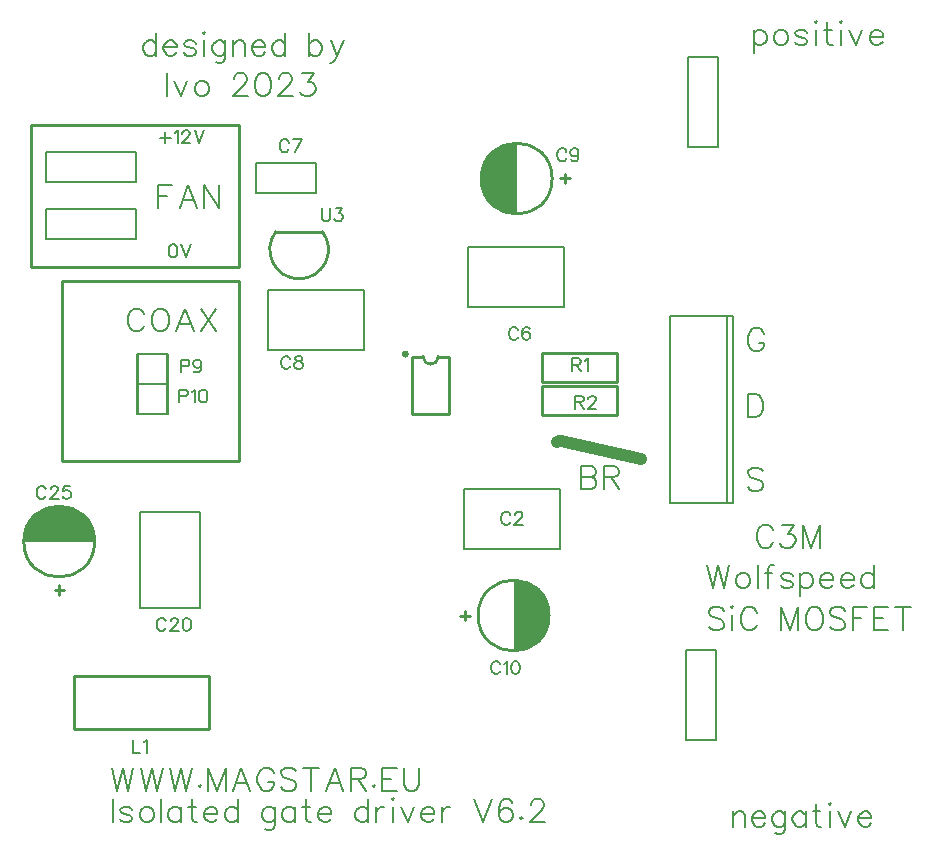
<source format=gto>
G04 Layer: TopSilkscreenLayer*
G04 EasyEDA v6.5.34, 2023-10-25 23:35:01*
G04 b0c90d07580345d6a9a575a3640b0f1e,d8e1fe4a71354f51b54a745932dbb16f,10*
G04 Gerber Generator version 0.2*
G04 Scale: 100 percent, Rotated: No, Reflected: No *
G04 Dimensions in millimeters *
G04 leading zeros omitted , absolute positions ,4 integer and 5 decimal *
%FSLAX45Y45*%
%MOMM*%

%ADD10C,0.2032*%
%ADD11C,0.1524*%
%ADD12C,1.0000*%
%ADD13C,0.2540*%
%ADD14C,0.2030*%
%ADD15C,0.1999*%
%ADD16C,0.2007*%
%ADD17C,0.1778*%
%ADD18C,0.0181*%

%LPD*%
D10*
X6463029Y2737053D02*
G01*
X6453886Y2755341D01*
X6435343Y2773883D01*
X6417056Y2783027D01*
X6379972Y2783027D01*
X6361429Y2773883D01*
X6343141Y2755341D01*
X6333743Y2737053D01*
X6324600Y2709367D01*
X6324600Y2663139D01*
X6333743Y2635453D01*
X6343141Y2616911D01*
X6361429Y2598369D01*
X6379972Y2589225D01*
X6417056Y2589225D01*
X6435343Y2598369D01*
X6453886Y2616911D01*
X6463029Y2635453D01*
X6542531Y2783027D02*
G01*
X6644131Y2783027D01*
X6588759Y2709367D01*
X6616445Y2709367D01*
X6634988Y2699969D01*
X6644131Y2690825D01*
X6653529Y2663139D01*
X6653529Y2644597D01*
X6644131Y2616911D01*
X6625590Y2598369D01*
X6597904Y2589225D01*
X6570218Y2589225D01*
X6542531Y2598369D01*
X6533388Y2607767D01*
X6523990Y2626055D01*
X6714490Y2783027D02*
G01*
X6714490Y2589225D01*
X6714490Y2783027D02*
G01*
X6788150Y2589225D01*
X6862063Y2783027D02*
G01*
X6788150Y2589225D01*
X6862063Y2783027D02*
G01*
X6862063Y2589225D01*
X1139819Y4568652D02*
G01*
X1130675Y4587194D01*
X1112133Y4605736D01*
X1093845Y4614880D01*
X1056761Y4614880D01*
X1038219Y4605736D01*
X1019931Y4587194D01*
X1010533Y4568652D01*
X1001389Y4540966D01*
X1001389Y4494992D01*
X1010533Y4467052D01*
X1019931Y4448764D01*
X1038219Y4430222D01*
X1056761Y4421078D01*
X1093845Y4421078D01*
X1112133Y4430222D01*
X1130675Y4448764D01*
X1139819Y4467052D01*
X1256405Y4614880D02*
G01*
X1237863Y4605736D01*
X1219321Y4587194D01*
X1210177Y4568652D01*
X1200779Y4540966D01*
X1200779Y4494992D01*
X1210177Y4467052D01*
X1219321Y4448764D01*
X1237863Y4430222D01*
X1256405Y4421078D01*
X1293235Y4421078D01*
X1311777Y4430222D01*
X1330319Y4448764D01*
X1339463Y4467052D01*
X1348607Y4494992D01*
X1348607Y4540966D01*
X1339463Y4568652D01*
X1330319Y4587194D01*
X1311777Y4605736D01*
X1293235Y4614880D01*
X1256405Y4614880D01*
X1483481Y4614880D02*
G01*
X1409567Y4421078D01*
X1483481Y4614880D02*
G01*
X1557395Y4421078D01*
X1437253Y4485594D02*
G01*
X1529709Y4485594D01*
X1618355Y4614880D02*
G01*
X1747641Y4421078D01*
X1747641Y4614880D02*
G01*
X1618355Y4421078D01*
X4838700Y3278355D02*
G01*
X4838700Y3084553D01*
X4838700Y3278355D02*
G01*
X4921758Y3278355D01*
X4949443Y3269211D01*
X4958841Y3260067D01*
X4967986Y3241525D01*
X4967986Y3222983D01*
X4958841Y3204441D01*
X4949443Y3195297D01*
X4921758Y3186153D01*
X4838700Y3186153D02*
G01*
X4921758Y3186153D01*
X4949443Y3176755D01*
X4958841Y3167611D01*
X4967986Y3149069D01*
X4967986Y3121383D01*
X4958841Y3102841D01*
X4949443Y3093697D01*
X4921758Y3084553D01*
X4838700Y3084553D01*
X5028945Y3278355D02*
G01*
X5028945Y3084553D01*
X5028945Y3278355D02*
G01*
X5112004Y3278355D01*
X5139690Y3269211D01*
X5149088Y3260067D01*
X5158231Y3241525D01*
X5158231Y3222983D01*
X5149088Y3204441D01*
X5139690Y3195297D01*
X5112004Y3186153D01*
X5028945Y3186153D01*
X5093715Y3186153D02*
G01*
X5158231Y3084553D01*
X1256690Y5662119D02*
G01*
X1256690Y5468317D01*
X1256690Y5662119D02*
G01*
X1376832Y5662119D01*
X1256690Y5569917D02*
G01*
X1330604Y5569917D01*
X1511706Y5662119D02*
G01*
X1437792Y5468317D01*
X1511706Y5662119D02*
G01*
X1585620Y5468317D01*
X1465478Y5532833D02*
G01*
X1557680Y5532833D01*
X1646580Y5662119D02*
G01*
X1646580Y5468317D01*
X1646580Y5662119D02*
G01*
X1775866Y5468317D01*
X1775866Y5662119D02*
G01*
X1775866Y5468317D01*
X6386832Y4400778D02*
G01*
X6377688Y4419066D01*
X6359146Y4437608D01*
X6340858Y4446752D01*
X6303774Y4446752D01*
X6285232Y4437608D01*
X6266944Y4419066D01*
X6257546Y4400778D01*
X6248402Y4372838D01*
X6248402Y4326864D01*
X6257546Y4299178D01*
X6266944Y4280636D01*
X6285232Y4262094D01*
X6303774Y4252950D01*
X6340858Y4252950D01*
X6359146Y4262094D01*
X6377688Y4280636D01*
X6386832Y4299178D01*
X6386832Y4326864D01*
X6340858Y4326864D02*
G01*
X6386832Y4326864D01*
X6248402Y3887952D02*
G01*
X6248402Y3694150D01*
X6248402Y3887952D02*
G01*
X6313172Y3887952D01*
X6340858Y3878808D01*
X6359146Y3860266D01*
X6368544Y3841978D01*
X6377688Y3814038D01*
X6377688Y3768064D01*
X6368544Y3740378D01*
X6359146Y3721836D01*
X6340858Y3703294D01*
X6313172Y3694150D01*
X6248402Y3694150D01*
X6377688Y3237966D02*
G01*
X6359146Y3256508D01*
X6331460Y3265652D01*
X6294630Y3265652D01*
X6266944Y3256508D01*
X6248402Y3237966D01*
X6248402Y3219678D01*
X6257546Y3201136D01*
X6266944Y3191738D01*
X6285232Y3182594D01*
X6340858Y3164052D01*
X6359146Y3154908D01*
X6368544Y3145764D01*
X6377688Y3127222D01*
X6377688Y3099536D01*
X6359146Y3080994D01*
X6331460Y3071850D01*
X6294630Y3071850D01*
X6266944Y3080994D01*
X6248402Y3099536D01*
X6121389Y356313D02*
G01*
X6121389Y227027D01*
X6121389Y319229D02*
G01*
X6149075Y347169D01*
X6167617Y356313D01*
X6195303Y356313D01*
X6213845Y347169D01*
X6222989Y319229D01*
X6222989Y227027D01*
X6283949Y300941D02*
G01*
X6394693Y300941D01*
X6394693Y319229D01*
X6385549Y337771D01*
X6376405Y347169D01*
X6357863Y356313D01*
X6330177Y356313D01*
X6311635Y347169D01*
X6293093Y328627D01*
X6283949Y300941D01*
X6283949Y282399D01*
X6293093Y254713D01*
X6311635Y236171D01*
X6330177Y227027D01*
X6357863Y227027D01*
X6376405Y236171D01*
X6394693Y254713D01*
X6566651Y356313D02*
G01*
X6566651Y208485D01*
X6557253Y180799D01*
X6548109Y171655D01*
X6529567Y162257D01*
X6501881Y162257D01*
X6483339Y171655D01*
X6566651Y328627D02*
G01*
X6548109Y347169D01*
X6529567Y356313D01*
X6501881Y356313D01*
X6483339Y347169D01*
X6465051Y328627D01*
X6455653Y300941D01*
X6455653Y282399D01*
X6465051Y254713D01*
X6483339Y236171D01*
X6501881Y227027D01*
X6529567Y227027D01*
X6548109Y236171D01*
X6566651Y254713D01*
X6738355Y356313D02*
G01*
X6738355Y227027D01*
X6738355Y328627D02*
G01*
X6719813Y347169D01*
X6701525Y356313D01*
X6673839Y356313D01*
X6655297Y347169D01*
X6636755Y328627D01*
X6627611Y300941D01*
X6627611Y282399D01*
X6636755Y254713D01*
X6655297Y236171D01*
X6673839Y227027D01*
X6701525Y227027D01*
X6719813Y236171D01*
X6738355Y254713D01*
X6827001Y420829D02*
G01*
X6827001Y263857D01*
X6836399Y236171D01*
X6854687Y227027D01*
X6873229Y227027D01*
X6799315Y356313D02*
G01*
X6864085Y356313D01*
X6934189Y420829D02*
G01*
X6943333Y411685D01*
X6952731Y420829D01*
X6943333Y430227D01*
X6934189Y420829D01*
X6943333Y356313D02*
G01*
X6943333Y227027D01*
X7013691Y356313D02*
G01*
X7069063Y227027D01*
X7124435Y356313D02*
G01*
X7069063Y227027D01*
X7185395Y300941D02*
G01*
X7296139Y300941D01*
X7296139Y319229D01*
X7286995Y337771D01*
X7277851Y347169D01*
X7259309Y356313D01*
X7231623Y356313D01*
X7213081Y347169D01*
X7194539Y328627D01*
X7185395Y300941D01*
X7185395Y282399D01*
X7194539Y254713D01*
X7213081Y236171D01*
X7231623Y227027D01*
X7259309Y227027D01*
X7277851Y236171D01*
X7296139Y254713D01*
X863600Y725627D02*
G01*
X909828Y531825D01*
X956055Y725627D02*
G01*
X909828Y531825D01*
X956055Y725627D02*
G01*
X1002029Y531825D01*
X1048257Y725627D02*
G01*
X1002029Y531825D01*
X1109218Y725627D02*
G01*
X1155445Y531825D01*
X1201673Y725627D02*
G01*
X1155445Y531825D01*
X1201673Y725627D02*
G01*
X1247902Y531825D01*
X1294129Y725627D02*
G01*
X1247902Y531825D01*
X1355089Y725627D02*
G01*
X1401063Y531825D01*
X1447292Y725627D02*
G01*
X1401063Y531825D01*
X1447292Y725627D02*
G01*
X1493520Y531825D01*
X1539747Y725627D02*
G01*
X1493520Y531825D01*
X1609852Y578053D02*
G01*
X1600707Y568655D01*
X1609852Y559511D01*
X1619250Y568655D01*
X1609852Y578053D01*
X1680210Y725627D02*
G01*
X1680210Y531825D01*
X1680210Y725627D02*
G01*
X1753870Y531825D01*
X1827784Y725627D02*
G01*
X1753870Y531825D01*
X1827784Y725627D02*
G01*
X1827784Y531825D01*
X1962658Y725627D02*
G01*
X1888743Y531825D01*
X1962658Y725627D02*
G01*
X2036572Y531825D01*
X1916429Y596341D02*
G01*
X2008886Y596341D01*
X2236215Y679653D02*
G01*
X2226818Y697941D01*
X2208529Y716483D01*
X2189988Y725627D01*
X2152904Y725627D01*
X2134615Y716483D01*
X2116074Y697941D01*
X2106929Y679653D01*
X2097531Y651967D01*
X2097531Y605739D01*
X2106929Y578053D01*
X2116074Y559511D01*
X2134615Y540969D01*
X2152904Y531825D01*
X2189988Y531825D01*
X2208529Y540969D01*
X2226818Y559511D01*
X2236215Y578053D01*
X2236215Y605739D01*
X2189988Y605739D02*
G01*
X2236215Y605739D01*
X2426461Y697941D02*
G01*
X2407920Y716483D01*
X2380234Y725627D01*
X2343150Y725627D01*
X2315463Y716483D01*
X2297175Y697941D01*
X2297175Y679653D01*
X2306320Y661111D01*
X2315463Y651967D01*
X2334006Y642569D01*
X2389377Y624027D01*
X2407920Y614883D01*
X2417063Y605739D01*
X2426461Y587197D01*
X2426461Y559511D01*
X2407920Y540969D01*
X2380234Y531825D01*
X2343150Y531825D01*
X2315463Y540969D01*
X2297175Y559511D01*
X2551938Y725627D02*
G01*
X2551938Y531825D01*
X2487422Y725627D02*
G01*
X2616708Y725627D01*
X2751581Y725627D02*
G01*
X2677668Y531825D01*
X2751581Y725627D02*
G01*
X2825495Y531825D01*
X2705354Y596341D02*
G01*
X2797809Y596341D01*
X2886456Y725627D02*
G01*
X2886456Y531825D01*
X2886456Y725627D02*
G01*
X2969513Y725627D01*
X2997200Y716483D01*
X3006343Y707339D01*
X3015741Y688797D01*
X3015741Y670255D01*
X3006343Y651967D01*
X2997200Y642569D01*
X2969513Y633425D01*
X2886456Y633425D01*
X2950972Y633425D02*
G01*
X3015741Y531825D01*
X3085845Y578053D02*
G01*
X3076702Y568655D01*
X3085845Y559511D01*
X3094990Y568655D01*
X3085845Y578053D01*
X3155950Y725627D02*
G01*
X3155950Y531825D01*
X3155950Y725627D02*
G01*
X3276091Y725627D01*
X3155950Y633425D02*
G01*
X3229863Y633425D01*
X3155950Y531825D02*
G01*
X3276091Y531825D01*
X3337052Y725627D02*
G01*
X3337052Y587197D01*
X3346450Y559511D01*
X3364738Y540969D01*
X3392424Y531825D01*
X3410965Y531825D01*
X3438652Y540969D01*
X3457193Y559511D01*
X3466338Y587197D01*
X3466338Y725627D01*
X876300Y458927D02*
G01*
X876300Y265125D01*
X1038860Y366725D02*
G01*
X1029715Y385267D01*
X1002029Y394411D01*
X974089Y394411D01*
X946404Y385267D01*
X937260Y366725D01*
X946404Y348183D01*
X964945Y339039D01*
X1011173Y329641D01*
X1029715Y320497D01*
X1038860Y301955D01*
X1038860Y292811D01*
X1029715Y274269D01*
X1002029Y265125D01*
X974089Y265125D01*
X946404Y274269D01*
X937260Y292811D01*
X1146047Y394411D02*
G01*
X1127505Y385267D01*
X1108963Y366725D01*
X1099820Y339039D01*
X1099820Y320497D01*
X1108963Y292811D01*
X1127505Y274269D01*
X1146047Y265125D01*
X1173734Y265125D01*
X1192276Y274269D01*
X1210563Y292811D01*
X1219962Y320497D01*
X1219962Y339039D01*
X1210563Y366725D01*
X1192276Y385267D01*
X1173734Y394411D01*
X1146047Y394411D01*
X1280921Y458927D02*
G01*
X1280921Y265125D01*
X1452626Y394411D02*
G01*
X1452626Y265125D01*
X1452626Y366725D02*
G01*
X1434084Y385267D01*
X1415795Y394411D01*
X1388110Y394411D01*
X1369568Y385267D01*
X1351026Y366725D01*
X1341881Y339039D01*
X1341881Y320497D01*
X1351026Y292811D01*
X1369568Y274269D01*
X1388110Y265125D01*
X1415795Y265125D01*
X1434084Y274269D01*
X1452626Y292811D01*
X1541271Y458927D02*
G01*
X1541271Y301955D01*
X1550670Y274269D01*
X1568957Y265125D01*
X1587500Y265125D01*
X1513586Y394411D02*
G01*
X1578355Y394411D01*
X1648460Y339039D02*
G01*
X1759204Y339039D01*
X1759204Y357327D01*
X1750060Y375869D01*
X1740915Y385267D01*
X1722373Y394411D01*
X1694687Y394411D01*
X1676145Y385267D01*
X1657604Y366725D01*
X1648460Y339039D01*
X1648460Y320497D01*
X1657604Y292811D01*
X1676145Y274269D01*
X1694687Y265125D01*
X1722373Y265125D01*
X1740915Y274269D01*
X1759204Y292811D01*
X1931161Y458927D02*
G01*
X1931161Y265125D01*
X1931161Y366725D02*
G01*
X1912620Y385267D01*
X1894077Y394411D01*
X1866391Y394411D01*
X1847850Y385267D01*
X1829561Y366725D01*
X1820163Y339039D01*
X1820163Y320497D01*
X1829561Y292811D01*
X1847850Y274269D01*
X1866391Y265125D01*
X1894077Y265125D01*
X1912620Y274269D01*
X1931161Y292811D01*
X2245106Y394411D02*
G01*
X2245106Y246583D01*
X2235961Y218897D01*
X2226563Y209753D01*
X2208275Y200355D01*
X2180590Y200355D01*
X2162047Y209753D01*
X2245106Y366725D02*
G01*
X2226563Y385267D01*
X2208275Y394411D01*
X2180590Y394411D01*
X2162047Y385267D01*
X2143506Y366725D01*
X2134361Y339039D01*
X2134361Y320497D01*
X2143506Y292811D01*
X2162047Y274269D01*
X2180590Y265125D01*
X2208275Y265125D01*
X2226563Y274269D01*
X2245106Y292811D01*
X2416809Y394411D02*
G01*
X2416809Y265125D01*
X2416809Y366725D02*
G01*
X2398522Y385267D01*
X2379979Y394411D01*
X2352293Y394411D01*
X2333752Y385267D01*
X2315209Y366725D01*
X2306065Y339039D01*
X2306065Y320497D01*
X2315209Y292811D01*
X2333752Y274269D01*
X2352293Y265125D01*
X2379979Y265125D01*
X2398522Y274269D01*
X2416809Y292811D01*
X2505709Y458927D02*
G01*
X2505709Y301955D01*
X2514854Y274269D01*
X2533395Y265125D01*
X2551684Y265125D01*
X2477770Y394411D02*
G01*
X2542540Y394411D01*
X2612643Y339039D02*
G01*
X2723641Y339039D01*
X2723641Y357327D01*
X2714243Y375869D01*
X2705100Y385267D01*
X2686558Y394411D01*
X2658872Y394411D01*
X2640329Y385267D01*
X2622041Y366725D01*
X2612643Y339039D01*
X2612643Y320497D01*
X2622041Y292811D01*
X2640329Y274269D01*
X2658872Y265125D01*
X2686558Y265125D01*
X2705100Y274269D01*
X2723641Y292811D01*
X3037586Y458927D02*
G01*
X3037586Y265125D01*
X3037586Y366725D02*
G01*
X3019043Y385267D01*
X3000756Y394411D01*
X2973070Y394411D01*
X2954527Y385267D01*
X2935986Y366725D01*
X2926841Y339039D01*
X2926841Y320497D01*
X2935986Y292811D01*
X2954527Y274269D01*
X2973070Y265125D01*
X3000756Y265125D01*
X3019043Y274269D01*
X3037586Y292811D01*
X3098545Y394411D02*
G01*
X3098545Y265125D01*
X3098545Y339039D02*
G01*
X3107690Y366725D01*
X3126231Y385267D01*
X3144774Y394411D01*
X3172459Y394411D01*
X3233420Y458927D02*
G01*
X3242563Y449783D01*
X3251961Y458927D01*
X3242563Y468325D01*
X3233420Y458927D01*
X3242563Y394411D02*
G01*
X3242563Y265125D01*
X3312922Y394411D02*
G01*
X3368293Y265125D01*
X3423665Y394411D02*
G01*
X3368293Y265125D01*
X3484625Y339039D02*
G01*
X3595370Y339039D01*
X3595370Y357327D01*
X3586225Y375869D01*
X3577081Y385267D01*
X3558540Y394411D01*
X3530854Y394411D01*
X3512311Y385267D01*
X3493770Y366725D01*
X3484625Y339039D01*
X3484625Y320497D01*
X3493770Y292811D01*
X3512311Y274269D01*
X3530854Y265125D01*
X3558540Y265125D01*
X3577081Y274269D01*
X3595370Y292811D01*
X3656329Y394411D02*
G01*
X3656329Y265125D01*
X3656329Y339039D02*
G01*
X3665727Y366725D01*
X3684270Y385267D01*
X3702558Y394411D01*
X3730243Y394411D01*
X3933443Y458927D02*
G01*
X4007358Y265125D01*
X4081272Y458927D02*
G01*
X4007358Y265125D01*
X4253229Y431241D02*
G01*
X4243831Y449783D01*
X4216145Y458927D01*
X4197604Y458927D01*
X4169918Y449783D01*
X4151629Y422097D01*
X4142231Y375869D01*
X4142231Y329641D01*
X4151629Y292811D01*
X4169918Y274269D01*
X4197604Y265125D01*
X4207002Y265125D01*
X4234688Y274269D01*
X4253229Y292811D01*
X4262374Y320497D01*
X4262374Y329641D01*
X4253229Y357327D01*
X4234688Y375869D01*
X4207002Y385267D01*
X4197604Y385267D01*
X4169918Y375869D01*
X4151629Y357327D01*
X4142231Y329641D01*
X4332477Y311353D02*
G01*
X4323334Y301955D01*
X4332477Y292811D01*
X4341875Y301955D01*
X4332477Y311353D01*
X4411979Y412953D02*
G01*
X4411979Y422097D01*
X4421124Y440639D01*
X4430522Y449783D01*
X4448809Y458927D01*
X4485893Y458927D01*
X4504436Y449783D01*
X4513579Y440639D01*
X4522724Y422097D01*
X4522724Y403555D01*
X4513579Y385267D01*
X4495038Y357327D01*
X4402836Y265125D01*
X4532122Y265125D01*
X5905500Y2440127D02*
G01*
X5951727Y2246325D01*
X5997956Y2440127D02*
G01*
X5951727Y2246325D01*
X5997956Y2440127D02*
G01*
X6043929Y2246325D01*
X6090158Y2440127D02*
G01*
X6043929Y2246325D01*
X6197345Y2375611D02*
G01*
X6178804Y2366467D01*
X6160515Y2347925D01*
X6151118Y2320239D01*
X6151118Y2301697D01*
X6160515Y2274011D01*
X6178804Y2255469D01*
X6197345Y2246325D01*
X6225031Y2246325D01*
X6243574Y2255469D01*
X6262115Y2274011D01*
X6271259Y2301697D01*
X6271259Y2320239D01*
X6262115Y2347925D01*
X6243574Y2366467D01*
X6225031Y2375611D01*
X6197345Y2375611D01*
X6332220Y2440127D02*
G01*
X6332220Y2246325D01*
X6467093Y2440127D02*
G01*
X6448552Y2440127D01*
X6430009Y2430983D01*
X6420865Y2403297D01*
X6420865Y2246325D01*
X6393179Y2375611D02*
G01*
X6457950Y2375611D01*
X6629654Y2347925D02*
G01*
X6620509Y2366467D01*
X6592570Y2375611D01*
X6564884Y2375611D01*
X6537197Y2366467D01*
X6528054Y2347925D01*
X6537197Y2329383D01*
X6555740Y2320239D01*
X6601968Y2310841D01*
X6620509Y2301697D01*
X6629654Y2283155D01*
X6629654Y2274011D01*
X6620509Y2255469D01*
X6592570Y2246325D01*
X6564884Y2246325D01*
X6537197Y2255469D01*
X6528054Y2274011D01*
X6690613Y2375611D02*
G01*
X6690613Y2181555D01*
X6690613Y2347925D02*
G01*
X6709156Y2366467D01*
X6727443Y2375611D01*
X6755129Y2375611D01*
X6773672Y2366467D01*
X6792213Y2347925D01*
X6801358Y2320239D01*
X6801358Y2301697D01*
X6792213Y2274011D01*
X6773672Y2255469D01*
X6755129Y2246325D01*
X6727443Y2246325D01*
X6709156Y2255469D01*
X6690613Y2274011D01*
X6862318Y2320239D02*
G01*
X6973315Y2320239D01*
X6973315Y2338527D01*
X6963918Y2357069D01*
X6954774Y2366467D01*
X6936231Y2375611D01*
X6908545Y2375611D01*
X6890004Y2366467D01*
X6871715Y2347925D01*
X6862318Y2320239D01*
X6862318Y2301697D01*
X6871715Y2274011D01*
X6890004Y2255469D01*
X6908545Y2246325D01*
X6936231Y2246325D01*
X6954774Y2255469D01*
X6973315Y2274011D01*
X7034275Y2320239D02*
G01*
X7145020Y2320239D01*
X7145020Y2338527D01*
X7135875Y2357069D01*
X7126477Y2366467D01*
X7108190Y2375611D01*
X7080250Y2375611D01*
X7061961Y2366467D01*
X7043420Y2347925D01*
X7034275Y2320239D01*
X7034275Y2301697D01*
X7043420Y2274011D01*
X7061961Y2255469D01*
X7080250Y2246325D01*
X7108190Y2246325D01*
X7126477Y2255469D01*
X7145020Y2274011D01*
X7316724Y2440127D02*
G01*
X7316724Y2246325D01*
X7316724Y2347925D02*
G01*
X7298436Y2366467D01*
X7279893Y2375611D01*
X7252208Y2375611D01*
X7233665Y2366467D01*
X7215124Y2347925D01*
X7205979Y2320239D01*
X7205979Y2301697D01*
X7215124Y2274011D01*
X7233665Y2255469D01*
X7252208Y2246325D01*
X7279893Y2246325D01*
X7298436Y2255469D01*
X7316724Y2274011D01*
X6047486Y2056841D02*
G01*
X6028943Y2075383D01*
X6001258Y2084527D01*
X5964427Y2084527D01*
X5936741Y2075383D01*
X5918200Y2056841D01*
X5918200Y2038553D01*
X5927343Y2020011D01*
X5936741Y2010867D01*
X5955029Y2001469D01*
X6010656Y1982927D01*
X6028943Y1973783D01*
X6038341Y1964639D01*
X6047486Y1946097D01*
X6047486Y1918411D01*
X6028943Y1899869D01*
X6001258Y1890725D01*
X5964427Y1890725D01*
X5936741Y1899869D01*
X5918200Y1918411D01*
X6108445Y2084527D02*
G01*
X6117590Y2075383D01*
X6126988Y2084527D01*
X6117590Y2093925D01*
X6108445Y2084527D01*
X6117590Y2020011D02*
G01*
X6117590Y1890725D01*
X6326377Y2038553D02*
G01*
X6317234Y2056841D01*
X6298691Y2075383D01*
X6280150Y2084527D01*
X6243320Y2084527D01*
X6224777Y2075383D01*
X6206490Y2056841D01*
X6197091Y2038553D01*
X6187947Y2010867D01*
X6187947Y1964639D01*
X6197091Y1936953D01*
X6206490Y1918411D01*
X6224777Y1899869D01*
X6243320Y1890725D01*
X6280150Y1890725D01*
X6298691Y1899869D01*
X6317234Y1918411D01*
X6326377Y1936953D01*
X6529577Y2084527D02*
G01*
X6529577Y1890725D01*
X6529577Y2084527D02*
G01*
X6603491Y1890725D01*
X6677406Y2084527D02*
G01*
X6603491Y1890725D01*
X6677406Y2084527D02*
G01*
X6677406Y1890725D01*
X6793738Y2084527D02*
G01*
X6775450Y2075383D01*
X6756908Y2056841D01*
X6747509Y2038553D01*
X6738365Y2010867D01*
X6738365Y1964639D01*
X6747509Y1936953D01*
X6756908Y1918411D01*
X6775450Y1899869D01*
X6793738Y1890725D01*
X6830822Y1890725D01*
X6849109Y1899869D01*
X6867652Y1918411D01*
X6877050Y1936953D01*
X6886193Y1964639D01*
X6886193Y2010867D01*
X6877050Y2038553D01*
X6867652Y2056841D01*
X6849109Y2075383D01*
X6830822Y2084527D01*
X6793738Y2084527D01*
X7076440Y2056841D02*
G01*
X7057897Y2075383D01*
X7030211Y2084527D01*
X6993381Y2084527D01*
X6965695Y2075383D01*
X6947154Y2056841D01*
X6947154Y2038553D01*
X6956297Y2020011D01*
X6965695Y2010867D01*
X6983984Y2001469D01*
X7039609Y1982927D01*
X7057897Y1973783D01*
X7067295Y1964639D01*
X7076440Y1946097D01*
X7076440Y1918411D01*
X7057897Y1899869D01*
X7030211Y1890725D01*
X6993381Y1890725D01*
X6965695Y1899869D01*
X6947154Y1918411D01*
X7137400Y2084527D02*
G01*
X7137400Y1890725D01*
X7137400Y2084527D02*
G01*
X7257541Y2084527D01*
X7137400Y1992325D02*
G01*
X7211313Y1992325D01*
X7318502Y2084527D02*
G01*
X7318502Y1890725D01*
X7318502Y2084527D02*
G01*
X7438390Y2084527D01*
X7318502Y1992325D02*
G01*
X7392415Y1992325D01*
X7318502Y1890725D02*
G01*
X7438390Y1890725D01*
X7564120Y2084527D02*
G01*
X7564120Y1890725D01*
X7499350Y2084527D02*
G01*
X7628890Y2084527D01*
X6299200Y6973011D02*
G01*
X6299200Y6778955D01*
X6299200Y6945325D02*
G01*
X6317741Y6963867D01*
X6336029Y6973011D01*
X6363970Y6973011D01*
X6382258Y6963867D01*
X6400800Y6945325D01*
X6409943Y6917639D01*
X6409943Y6899097D01*
X6400800Y6871411D01*
X6382258Y6852869D01*
X6363970Y6843725D01*
X6336029Y6843725D01*
X6317741Y6852869D01*
X6299200Y6871411D01*
X6517131Y6973011D02*
G01*
X6498590Y6963867D01*
X6480302Y6945325D01*
X6470904Y6917639D01*
X6470904Y6899097D01*
X6480302Y6871411D01*
X6498590Y6852869D01*
X6517131Y6843725D01*
X6544818Y6843725D01*
X6563359Y6852869D01*
X6581902Y6871411D01*
X6591045Y6899097D01*
X6591045Y6917639D01*
X6581902Y6945325D01*
X6563359Y6963867D01*
X6544818Y6973011D01*
X6517131Y6973011D01*
X6753606Y6945325D02*
G01*
X6744461Y6963867D01*
X6716775Y6973011D01*
X6689090Y6973011D01*
X6661150Y6963867D01*
X6652006Y6945325D01*
X6661150Y6926783D01*
X6679691Y6917639D01*
X6725920Y6908241D01*
X6744461Y6899097D01*
X6753606Y6880555D01*
X6753606Y6871411D01*
X6744461Y6852869D01*
X6716775Y6843725D01*
X6689090Y6843725D01*
X6661150Y6852869D01*
X6652006Y6871411D01*
X6814565Y7037527D02*
G01*
X6823709Y7028383D01*
X6833108Y7037527D01*
X6823709Y7046925D01*
X6814565Y7037527D01*
X6823709Y6973011D02*
G01*
X6823709Y6843725D01*
X6921754Y7037527D02*
G01*
X6921754Y6880555D01*
X6930897Y6852869D01*
X6949440Y6843725D01*
X6967981Y6843725D01*
X6894068Y6973011D02*
G01*
X6958584Y6973011D01*
X7028941Y7037527D02*
G01*
X7038086Y7028383D01*
X7047229Y7037527D01*
X7038086Y7046925D01*
X7028941Y7037527D01*
X7038086Y6973011D02*
G01*
X7038086Y6843725D01*
X7108190Y6973011D02*
G01*
X7163815Y6843725D01*
X7219188Y6973011D02*
G01*
X7163815Y6843725D01*
X7280147Y6917639D02*
G01*
X7390891Y6917639D01*
X7390891Y6935927D01*
X7381747Y6954469D01*
X7372350Y6963867D01*
X7354061Y6973011D01*
X7326375Y6973011D01*
X7307834Y6963867D01*
X7289291Y6945325D01*
X7280147Y6917639D01*
X7280147Y6899097D01*
X7289291Y6871411D01*
X7307834Y6852869D01*
X7326375Y6843725D01*
X7354061Y6843725D01*
X7372350Y6852869D01*
X7390891Y6871411D01*
X1333500Y6605727D02*
G01*
X1333500Y6411925D01*
X1394460Y6541211D02*
G01*
X1449831Y6411925D01*
X1505204Y6541211D02*
G01*
X1449831Y6411925D01*
X1612392Y6541211D02*
G01*
X1593850Y6532067D01*
X1575562Y6513525D01*
X1566163Y6485839D01*
X1566163Y6467297D01*
X1575562Y6439611D01*
X1593850Y6421069D01*
X1612392Y6411925D01*
X1640078Y6411925D01*
X1658620Y6421069D01*
X1677162Y6439611D01*
X1686305Y6467297D01*
X1686305Y6485839D01*
X1677162Y6513525D01*
X1658620Y6532067D01*
X1640078Y6541211D01*
X1612392Y6541211D01*
X1898650Y6559753D02*
G01*
X1898650Y6568897D01*
X1908047Y6587439D01*
X1917191Y6596583D01*
X1935734Y6605727D01*
X1972563Y6605727D01*
X1991106Y6596583D01*
X2000250Y6587439D01*
X2009647Y6568897D01*
X2009647Y6550355D01*
X2000250Y6532067D01*
X1981961Y6504127D01*
X1889506Y6411925D01*
X2018791Y6411925D01*
X2135124Y6605727D02*
G01*
X2107438Y6596583D01*
X2089150Y6568897D01*
X2079752Y6522669D01*
X2079752Y6494983D01*
X2089150Y6448755D01*
X2107438Y6421069D01*
X2135124Y6411925D01*
X2153665Y6411925D01*
X2181352Y6421069D01*
X2199893Y6448755D01*
X2209038Y6494983D01*
X2209038Y6522669D01*
X2199893Y6568897D01*
X2181352Y6596583D01*
X2153665Y6605727D01*
X2135124Y6605727D01*
X2279395Y6559753D02*
G01*
X2279395Y6568897D01*
X2288540Y6587439D01*
X2297684Y6596583D01*
X2316225Y6605727D01*
X2353309Y6605727D01*
X2371597Y6596583D01*
X2380995Y6587439D01*
X2390140Y6568897D01*
X2390140Y6550355D01*
X2380995Y6532067D01*
X2362454Y6504127D01*
X2269997Y6411925D01*
X2399284Y6411925D01*
X2478786Y6605727D02*
G01*
X2580386Y6605727D01*
X2525013Y6532067D01*
X2552700Y6532067D01*
X2571241Y6522669D01*
X2580386Y6513525D01*
X2589529Y6485839D01*
X2589529Y6467297D01*
X2580386Y6439611D01*
X2561843Y6421069D01*
X2534158Y6411925D01*
X2506472Y6411925D01*
X2478786Y6421069D01*
X2469641Y6430467D01*
X2460243Y6448755D01*
X1241044Y6948627D02*
G01*
X1241044Y6754825D01*
X1241044Y6856425D02*
G01*
X1222755Y6874967D01*
X1204213Y6884111D01*
X1176528Y6884111D01*
X1157986Y6874967D01*
X1139444Y6856425D01*
X1130300Y6828739D01*
X1130300Y6810197D01*
X1139444Y6782511D01*
X1157986Y6763969D01*
X1176528Y6754825D01*
X1204213Y6754825D01*
X1222755Y6763969D01*
X1241044Y6782511D01*
X1302004Y6828739D02*
G01*
X1413002Y6828739D01*
X1413002Y6847027D01*
X1403604Y6865569D01*
X1394460Y6874967D01*
X1375918Y6884111D01*
X1348231Y6884111D01*
X1329689Y6874967D01*
X1311402Y6856425D01*
X1302004Y6828739D01*
X1302004Y6810197D01*
X1311402Y6782511D01*
X1329689Y6763969D01*
X1348231Y6754825D01*
X1375918Y6754825D01*
X1394460Y6763969D01*
X1413002Y6782511D01*
X1575562Y6856425D02*
G01*
X1566163Y6874967D01*
X1538478Y6884111D01*
X1510792Y6884111D01*
X1483105Y6874967D01*
X1473962Y6856425D01*
X1483105Y6837883D01*
X1501647Y6828739D01*
X1547876Y6819341D01*
X1566163Y6810197D01*
X1575562Y6791655D01*
X1575562Y6782511D01*
X1566163Y6763969D01*
X1538478Y6754825D01*
X1510792Y6754825D01*
X1483105Y6763969D01*
X1473962Y6782511D01*
X1636521Y6948627D02*
G01*
X1645665Y6939483D01*
X1654810Y6948627D01*
X1645665Y6958025D01*
X1636521Y6948627D01*
X1645665Y6884111D02*
G01*
X1645665Y6754825D01*
X1826768Y6884111D02*
G01*
X1826768Y6736283D01*
X1817370Y6708597D01*
X1808225Y6699453D01*
X1789684Y6690055D01*
X1761997Y6690055D01*
X1743710Y6699453D01*
X1826768Y6856425D02*
G01*
X1808225Y6874967D01*
X1789684Y6884111D01*
X1761997Y6884111D01*
X1743710Y6874967D01*
X1725168Y6856425D01*
X1715770Y6828739D01*
X1715770Y6810197D01*
X1725168Y6782511D01*
X1743710Y6763969D01*
X1761997Y6754825D01*
X1789684Y6754825D01*
X1808225Y6763969D01*
X1826768Y6782511D01*
X1887727Y6884111D02*
G01*
X1887727Y6754825D01*
X1887727Y6847027D02*
G01*
X1915413Y6874967D01*
X1933956Y6884111D01*
X1961641Y6884111D01*
X1979929Y6874967D01*
X1989327Y6847027D01*
X1989327Y6754825D01*
X2050288Y6828739D02*
G01*
X2161031Y6828739D01*
X2161031Y6847027D01*
X2151888Y6865569D01*
X2142490Y6874967D01*
X2124202Y6884111D01*
X2096515Y6884111D01*
X2077974Y6874967D01*
X2059431Y6856425D01*
X2050288Y6828739D01*
X2050288Y6810197D01*
X2059431Y6782511D01*
X2077974Y6763969D01*
X2096515Y6754825D01*
X2124202Y6754825D01*
X2142490Y6763969D01*
X2161031Y6782511D01*
X2332990Y6948627D02*
G01*
X2332990Y6754825D01*
X2332990Y6856425D02*
G01*
X2314447Y6874967D01*
X2295906Y6884111D01*
X2268220Y6884111D01*
X2249677Y6874967D01*
X2231390Y6856425D01*
X2221991Y6828739D01*
X2221991Y6810197D01*
X2231390Y6782511D01*
X2249677Y6763969D01*
X2268220Y6754825D01*
X2295906Y6754825D01*
X2314447Y6763969D01*
X2332990Y6782511D01*
X2536190Y6948627D02*
G01*
X2536190Y6754825D01*
X2536190Y6856425D02*
G01*
X2554477Y6874967D01*
X2573020Y6884111D01*
X2600706Y6884111D01*
X2619247Y6874967D01*
X2637790Y6856425D01*
X2646934Y6828739D01*
X2646934Y6810197D01*
X2637790Y6782511D01*
X2619247Y6763969D01*
X2600706Y6754825D01*
X2573020Y6754825D01*
X2554477Y6763969D01*
X2536190Y6782511D01*
X2717038Y6884111D02*
G01*
X2772409Y6754825D01*
X2828036Y6884111D02*
G01*
X2772409Y6754825D01*
X2754122Y6717741D01*
X2735579Y6699453D01*
X2717038Y6690055D01*
X2707893Y6690055D01*
D11*
X1040892Y964641D02*
G01*
X1040892Y855421D01*
X1040892Y855421D02*
G01*
X1103121Y855421D01*
X1137412Y943813D02*
G01*
X1147826Y948893D01*
X1163320Y964641D01*
X1163320Y855421D01*
X1316847Y6106797D02*
G01*
X1316847Y6013325D01*
X1270111Y6060061D02*
G01*
X1363583Y6060061D01*
X1397873Y6101717D02*
G01*
X1408287Y6106797D01*
X1423781Y6122545D01*
X1423781Y6013325D01*
X1463151Y6096383D02*
G01*
X1463151Y6101717D01*
X1468485Y6112131D01*
X1473565Y6117211D01*
X1483979Y6122545D01*
X1504807Y6122545D01*
X1515221Y6117211D01*
X1520301Y6112131D01*
X1525635Y6101717D01*
X1525635Y6091303D01*
X1520301Y6080889D01*
X1510141Y6065395D01*
X1458071Y6013325D01*
X1530715Y6013325D01*
X1565005Y6122545D02*
G01*
X1606661Y6013325D01*
X1648317Y6122545D02*
G01*
X1606661Y6013325D01*
X1377299Y5157345D02*
G01*
X1361805Y5152011D01*
X1351391Y5136517D01*
X1346311Y5110355D01*
X1346311Y5094861D01*
X1351391Y5068953D01*
X1361805Y5053205D01*
X1377299Y5048125D01*
X1387713Y5048125D01*
X1403461Y5053205D01*
X1413621Y5068953D01*
X1418955Y5094861D01*
X1418955Y5110355D01*
X1413621Y5136517D01*
X1403461Y5152011D01*
X1387713Y5157345D01*
X1377299Y5157345D01*
X1453245Y5157345D02*
G01*
X1494901Y5048125D01*
X1536303Y5157345D02*
G01*
X1494901Y5048125D01*
X1434480Y3928313D02*
G01*
X1434480Y3819347D01*
X1434480Y3928313D02*
G01*
X1481216Y3928313D01*
X1496710Y3923233D01*
X1502044Y3917899D01*
X1507124Y3907485D01*
X1507124Y3891991D01*
X1502044Y3881577D01*
X1496710Y3876497D01*
X1481216Y3871163D01*
X1434480Y3871163D01*
X1541414Y3907485D02*
G01*
X1551828Y3912819D01*
X1567576Y3928313D01*
X1567576Y3819347D01*
X1632854Y3928313D02*
G01*
X1617360Y3923233D01*
X1606946Y3907485D01*
X1601866Y3881577D01*
X1601866Y3866083D01*
X1606946Y3839921D01*
X1617360Y3824427D01*
X1632854Y3819347D01*
X1643268Y3819347D01*
X1659016Y3824427D01*
X1669430Y3839921D01*
X1674510Y3866083D01*
X1674510Y3881577D01*
X1669430Y3907485D01*
X1659016Y3923233D01*
X1643268Y3928313D01*
X1632854Y3928313D01*
X1447180Y4182313D02*
G01*
X1447180Y4073347D01*
X1447180Y4182313D02*
G01*
X1493916Y4182313D01*
X1509410Y4177233D01*
X1514744Y4171899D01*
X1519824Y4161485D01*
X1519824Y4145991D01*
X1514744Y4135577D01*
X1509410Y4130497D01*
X1493916Y4125163D01*
X1447180Y4125163D01*
X1621678Y4145991D02*
G01*
X1616598Y4130497D01*
X1606184Y4120083D01*
X1590690Y4114749D01*
X1585356Y4114749D01*
X1569862Y4120083D01*
X1559448Y4130497D01*
X1554114Y4145991D01*
X1554114Y4151071D01*
X1559448Y4166819D01*
X1569862Y4177233D01*
X1585356Y4182313D01*
X1590690Y4182313D01*
X1606184Y4177233D01*
X1616598Y4166819D01*
X1621678Y4145991D01*
X1621678Y4120083D01*
X1616598Y4093921D01*
X1606184Y4078427D01*
X1590690Y4073347D01*
X1580276Y4073347D01*
X1564528Y4078427D01*
X1559448Y4088841D01*
X2363977Y6020307D02*
G01*
X2358643Y6030721D01*
X2348229Y6041135D01*
X2338070Y6046215D01*
X2317241Y6046215D01*
X2306827Y6041135D01*
X2296413Y6030721D01*
X2291079Y6020307D01*
X2286000Y6004560D01*
X2286000Y5978652D01*
X2291079Y5963157D01*
X2296413Y5952744D01*
X2306827Y5942329D01*
X2317241Y5937250D01*
X2338070Y5937250D01*
X2348229Y5942329D01*
X2358643Y5952744D01*
X2363977Y5963157D01*
X2470911Y6046215D02*
G01*
X2419095Y5937250D01*
X2398268Y6046215D02*
G01*
X2470911Y6046215D01*
X4238927Y2868609D02*
G01*
X4233847Y2879023D01*
X4223433Y2889437D01*
X4213019Y2894517D01*
X4192191Y2894517D01*
X4181777Y2889437D01*
X4171617Y2879023D01*
X4166283Y2868609D01*
X4161203Y2852861D01*
X4161203Y2826953D01*
X4166283Y2811459D01*
X4171617Y2801045D01*
X4181777Y2790631D01*
X4192191Y2785551D01*
X4213019Y2785551D01*
X4223433Y2790631D01*
X4233847Y2801045D01*
X4238927Y2811459D01*
X4278551Y2868609D02*
G01*
X4278551Y2873689D01*
X4283631Y2884103D01*
X4288965Y2889437D01*
X4299379Y2894517D01*
X4320207Y2894517D01*
X4330367Y2889437D01*
X4335701Y2884103D01*
X4340781Y2873689D01*
X4340781Y2863275D01*
X4335701Y2852861D01*
X4325287Y2837367D01*
X4273217Y2785551D01*
X4346115Y2785551D01*
X1322578Y1969007D02*
G01*
X1317244Y1979421D01*
X1306829Y1989835D01*
X1296670Y1994915D01*
X1275842Y1994915D01*
X1265428Y1989835D01*
X1255013Y1979421D01*
X1249679Y1969007D01*
X1244600Y1953260D01*
X1244600Y1927352D01*
X1249679Y1911857D01*
X1255013Y1901444D01*
X1265428Y1891029D01*
X1275842Y1885950D01*
X1296670Y1885950D01*
X1306829Y1891029D01*
X1317244Y1901444D01*
X1322578Y1911857D01*
X1361947Y1969007D02*
G01*
X1361947Y1974087D01*
X1367281Y1984502D01*
X1372362Y1989835D01*
X1382776Y1994915D01*
X1403604Y1994915D01*
X1414018Y1989835D01*
X1419097Y1984502D01*
X1424431Y1974087D01*
X1424431Y1963673D01*
X1419097Y1953260D01*
X1408684Y1937765D01*
X1356868Y1885950D01*
X1429512Y1885950D01*
X1495044Y1994915D02*
G01*
X1479550Y1989835D01*
X1469136Y1974087D01*
X1463802Y1948179D01*
X1463802Y1932685D01*
X1469136Y1906523D01*
X1479550Y1891029D01*
X1495044Y1885950D01*
X1505457Y1885950D01*
X1520952Y1891029D01*
X1531365Y1906523D01*
X1536700Y1932685D01*
X1536700Y1948179D01*
X1531365Y1974087D01*
X1520952Y1989835D01*
X1505457Y1994915D01*
X1495044Y1994915D01*
X4304936Y4433011D02*
G01*
X4299856Y4443425D01*
X4289442Y4453839D01*
X4279028Y4458919D01*
X4258200Y4458919D01*
X4247786Y4453839D01*
X4237626Y4443425D01*
X4232292Y4433011D01*
X4227212Y4417263D01*
X4227212Y4391355D01*
X4232292Y4375861D01*
X4237626Y4365447D01*
X4247786Y4355033D01*
X4258200Y4349953D01*
X4279028Y4349953D01*
X4289442Y4355033D01*
X4299856Y4365447D01*
X4304936Y4375861D01*
X4401710Y4443425D02*
G01*
X4396376Y4453839D01*
X4380882Y4458919D01*
X4370468Y4458919D01*
X4354974Y4453839D01*
X4344560Y4438091D01*
X4339226Y4412183D01*
X4339226Y4386275D01*
X4344560Y4365447D01*
X4354974Y4355033D01*
X4370468Y4349953D01*
X4375802Y4349953D01*
X4391296Y4355033D01*
X4401710Y4365447D01*
X4406790Y4380941D01*
X4406790Y4386275D01*
X4401710Y4401769D01*
X4391296Y4412183D01*
X4375802Y4417263D01*
X4370468Y4417263D01*
X4354974Y4412183D01*
X4344560Y4401769D01*
X4339226Y4386275D01*
X2375915Y4187647D02*
G01*
X2370836Y4198061D01*
X2360422Y4208475D01*
X2350008Y4213555D01*
X2329179Y4213555D01*
X2318765Y4208475D01*
X2308606Y4198061D01*
X2303272Y4187647D01*
X2298191Y4172153D01*
X2298191Y4145991D01*
X2303272Y4130497D01*
X2308606Y4120083D01*
X2318765Y4109669D01*
X2329179Y4104589D01*
X2350008Y4104589D01*
X2360422Y4109669D01*
X2370836Y4120083D01*
X2375915Y4130497D01*
X2436368Y4213555D02*
G01*
X2420620Y4208475D01*
X2415540Y4198061D01*
X2415540Y4187647D01*
X2420620Y4177233D01*
X2431034Y4172153D01*
X2451861Y4166819D01*
X2467356Y4161739D01*
X2477770Y4151325D01*
X2483104Y4140911D01*
X2483104Y4125163D01*
X2477770Y4115003D01*
X2472690Y4109669D01*
X2457195Y4104589D01*
X2436368Y4104589D01*
X2420620Y4109669D01*
X2415540Y4115003D01*
X2410206Y4125163D01*
X2410206Y4140911D01*
X2415540Y4151325D01*
X2425954Y4161739D01*
X2441447Y4166819D01*
X2462275Y4172153D01*
X2472690Y4177233D01*
X2477770Y4187647D01*
X2477770Y4198061D01*
X2472690Y4208475D01*
X2457195Y4213555D01*
X2436368Y4213555D01*
X2641600Y5462015D02*
G01*
X2641600Y5384037D01*
X2646679Y5368544D01*
X2657093Y5358129D01*
X2672841Y5353050D01*
X2683256Y5353050D01*
X2698750Y5358129D01*
X2709163Y5368544D01*
X2714243Y5384037D01*
X2714243Y5462015D01*
X2758947Y5462015D02*
G01*
X2816097Y5462015D01*
X2785109Y5420360D01*
X2800604Y5420360D01*
X2811018Y5415279D01*
X2816097Y5410200D01*
X2821431Y5394452D01*
X2821431Y5384037D01*
X2816097Y5368544D01*
X2805684Y5358129D01*
X2790190Y5353050D01*
X2774695Y5353050D01*
X2758947Y5358129D01*
X2753868Y5363210D01*
X2748534Y5373623D01*
X4713325Y5944082D02*
G01*
X4708245Y5954496D01*
X4697831Y5964910D01*
X4687417Y5969990D01*
X4666589Y5969990D01*
X4656175Y5964910D01*
X4646015Y5954496D01*
X4640681Y5944082D01*
X4635601Y5928588D01*
X4635601Y5902426D01*
X4640681Y5886932D01*
X4646015Y5876518D01*
X4656175Y5866104D01*
X4666589Y5861024D01*
X4687417Y5861024D01*
X4697831Y5866104D01*
X4708245Y5876518D01*
X4713325Y5886932D01*
X4815179Y5933668D02*
G01*
X4810099Y5918174D01*
X4799685Y5907760D01*
X4784191Y5902426D01*
X4778857Y5902426D01*
X4763363Y5907760D01*
X4752949Y5918174D01*
X4747615Y5933668D01*
X4747615Y5938748D01*
X4752949Y5954496D01*
X4763363Y5964910D01*
X4778857Y5969990D01*
X4784191Y5969990D01*
X4799685Y5964910D01*
X4810099Y5954496D01*
X4815179Y5933668D01*
X4815179Y5907760D01*
X4810099Y5881598D01*
X4799685Y5866104D01*
X4784191Y5861024D01*
X4773777Y5861024D01*
X4758029Y5866104D01*
X4752949Y5876518D01*
X4153915Y1603705D02*
G01*
X4148836Y1614119D01*
X4138422Y1624533D01*
X4128008Y1629613D01*
X4107179Y1629613D01*
X4096765Y1624533D01*
X4086606Y1614119D01*
X4081272Y1603705D01*
X4076191Y1587957D01*
X4076191Y1562049D01*
X4081272Y1546555D01*
X4086606Y1536141D01*
X4096765Y1525727D01*
X4107179Y1520647D01*
X4128008Y1520647D01*
X4138422Y1525727D01*
X4148836Y1536141D01*
X4153915Y1546555D01*
X4188206Y1608785D02*
G01*
X4198620Y1614119D01*
X4214368Y1629613D01*
X4214368Y1520647D01*
X4279645Y1629613D02*
G01*
X4264152Y1624533D01*
X4253738Y1608785D01*
X4248658Y1582877D01*
X4248658Y1567383D01*
X4253738Y1541221D01*
X4264152Y1525727D01*
X4279645Y1520647D01*
X4290059Y1520647D01*
X4305808Y1525727D01*
X4316222Y1541221D01*
X4321302Y1567383D01*
X4321302Y1582877D01*
X4316222Y1608785D01*
X4305808Y1624533D01*
X4290059Y1629613D01*
X4279645Y1629613D01*
X4762500Y4191965D02*
G01*
X4762500Y4082999D01*
X4762500Y4191965D02*
G01*
X4809236Y4191965D01*
X4824729Y4186885D01*
X4830063Y4181551D01*
X4835143Y4171137D01*
X4835143Y4160977D01*
X4830063Y4150563D01*
X4824729Y4145229D01*
X4809236Y4140149D01*
X4762500Y4140149D01*
X4798822Y4140149D02*
G01*
X4835143Y4082999D01*
X4869434Y4171137D02*
G01*
X4879847Y4176471D01*
X4895595Y4191965D01*
X4895595Y4082999D01*
X4787900Y3874465D02*
G01*
X4787900Y3765499D01*
X4787900Y3874465D02*
G01*
X4834636Y3874465D01*
X4850129Y3869385D01*
X4855463Y3864051D01*
X4860543Y3853637D01*
X4860543Y3843477D01*
X4855463Y3833063D01*
X4850129Y3827729D01*
X4834636Y3822649D01*
X4787900Y3822649D01*
X4824222Y3822649D02*
G01*
X4860543Y3765499D01*
X4900168Y3848557D02*
G01*
X4900168Y3853637D01*
X4905247Y3864051D01*
X4910581Y3869385D01*
X4920995Y3874465D01*
X4941570Y3874465D01*
X4951984Y3869385D01*
X4957318Y3864051D01*
X4962397Y3853637D01*
X4962397Y3843477D01*
X4957318Y3833063D01*
X4946904Y3817315D01*
X4894834Y3765499D01*
X4967731Y3765499D01*
X306578Y3086607D02*
G01*
X301244Y3097021D01*
X290829Y3107435D01*
X280670Y3112515D01*
X259842Y3112515D01*
X249428Y3107435D01*
X239013Y3097021D01*
X233679Y3086607D01*
X228600Y3070860D01*
X228600Y3044952D01*
X233679Y3029457D01*
X239013Y3019044D01*
X249428Y3008629D01*
X259842Y3003550D01*
X280670Y3003550D01*
X290829Y3008629D01*
X301244Y3019044D01*
X306578Y3029457D01*
X345947Y3086607D02*
G01*
X345947Y3091687D01*
X351281Y3102102D01*
X356362Y3107435D01*
X366776Y3112515D01*
X387604Y3112515D01*
X398018Y3107435D01*
X403097Y3102102D01*
X408431Y3091687D01*
X408431Y3081273D01*
X403097Y3070860D01*
X392684Y3055365D01*
X340868Y3003550D01*
X413512Y3003550D01*
X510286Y3112515D02*
G01*
X458215Y3112515D01*
X453136Y3065779D01*
X458215Y3070860D01*
X473710Y3076194D01*
X489457Y3076194D01*
X504952Y3070860D01*
X515365Y3060700D01*
X520700Y3044952D01*
X520700Y3034537D01*
X515365Y3019044D01*
X504952Y3008629D01*
X489457Y3003550D01*
X473710Y3003550D01*
X458215Y3008629D01*
X453136Y3013710D01*
X447802Y3024123D01*
G36*
X4292600Y6014974D02*
G01*
X4276902Y6014567D01*
X4261256Y6013348D01*
X4245660Y6011316D01*
X4230217Y6008420D01*
X4214977Y6004763D01*
X4199890Y6000292D01*
X4192473Y5997803D01*
X4177792Y5992164D01*
X4163466Y5985764D01*
X4149445Y5978652D01*
X4135831Y5970778D01*
X4122674Y5962243D01*
X4109974Y5952998D01*
X4097782Y5943142D01*
X4086098Y5932627D01*
X4074972Y5921502D01*
X4064457Y5909818D01*
X4054601Y5897626D01*
X4045356Y5884926D01*
X4036822Y5871768D01*
X4028948Y5858154D01*
X4021836Y5844133D01*
X4015435Y5829808D01*
X4009796Y5815126D01*
X4004970Y5800191D01*
X4000906Y5785053D01*
X3997604Y5769660D01*
X3995165Y5754166D01*
X3993540Y5738520D01*
X3992727Y5722874D01*
X3992727Y5707126D01*
X3993540Y5691479D01*
X3995165Y5675833D01*
X3997604Y5660339D01*
X4000906Y5644946D01*
X4004970Y5629808D01*
X4009796Y5614873D01*
X4015435Y5600192D01*
X4021836Y5585866D01*
X4028948Y5571845D01*
X4036822Y5558231D01*
X4045356Y5545074D01*
X4054601Y5532374D01*
X4064457Y5520182D01*
X4074972Y5508498D01*
X4086098Y5497372D01*
X4097782Y5486857D01*
X4109974Y5477002D01*
X4122674Y5467756D01*
X4135831Y5459222D01*
X4149445Y5451348D01*
X4163466Y5444236D01*
X4177792Y5437835D01*
X4192473Y5432196D01*
X4207408Y5427370D01*
X4222546Y5423306D01*
X4237939Y5420004D01*
X4253433Y5417566D01*
X4269079Y5415940D01*
X4284726Y5415127D01*
X4292600Y5414975D01*
G37*
G36*
X4266590Y2315464D02*
G01*
X4266590Y1715465D01*
X4282287Y1715871D01*
X4297934Y1717090D01*
X4313529Y1719173D01*
X4328972Y1722018D01*
X4344212Y1725675D01*
X4359300Y1730146D01*
X4374083Y1735378D01*
X4388612Y1741424D01*
X4402785Y1748180D01*
X4416602Y1755648D01*
X4429963Y1763877D01*
X4442917Y1772767D01*
X4455363Y1782318D01*
X4467352Y1792528D01*
X4478731Y1803349D01*
X4489551Y1814728D01*
X4499711Y1826666D01*
X4509312Y1839112D01*
X4518202Y1852066D01*
X4526381Y1865477D01*
X4533900Y1879244D01*
X4540656Y1893468D01*
X4546650Y1907946D01*
X4549394Y1915312D01*
X4554220Y1930247D01*
X4558284Y1945436D01*
X4561586Y1960778D01*
X4564024Y1976323D01*
X4565650Y1991918D01*
X4566462Y2007616D01*
X4566462Y2023313D01*
X4565650Y2039010D01*
X4564024Y2054606D01*
X4561586Y2070150D01*
X4558284Y2085492D01*
X4554220Y2100681D01*
X4549394Y2115616D01*
X4543755Y2130247D01*
X4537354Y2144623D01*
X4530242Y2158593D01*
X4522368Y2172208D01*
X4513834Y2185365D01*
X4504588Y2198116D01*
X4494733Y2210308D01*
X4484217Y2221992D01*
X4473092Y2233066D01*
X4461408Y2243582D01*
X4449216Y2253488D01*
X4436516Y2262682D01*
X4423359Y2271268D01*
X4409744Y2279091D01*
X4395724Y2286254D01*
X4381398Y2292604D01*
X4374083Y2295550D01*
X4359300Y2300782D01*
X4344212Y2305253D01*
X4328972Y2308910D01*
X4313529Y2311755D01*
X4297934Y2313838D01*
X4282287Y2315057D01*
G37*
G36*
X419100Y2941624D02*
G01*
X403402Y2941167D01*
X387756Y2939948D01*
X372160Y2937916D01*
X356717Y2935020D01*
X341477Y2931363D01*
X326390Y2926892D01*
X318973Y2924403D01*
X304292Y2918764D01*
X289966Y2912364D01*
X275945Y2905252D01*
X262331Y2897378D01*
X249174Y2888843D01*
X236474Y2879598D01*
X224282Y2869742D01*
X212598Y2859227D01*
X201472Y2848102D01*
X190957Y2836418D01*
X181102Y2824226D01*
X171856Y2811526D01*
X163322Y2798368D01*
X155448Y2784754D01*
X148336Y2770733D01*
X141935Y2756408D01*
X136296Y2741726D01*
X131470Y2726791D01*
X127406Y2711653D01*
X124104Y2696260D01*
X121666Y2680766D01*
X120040Y2665120D01*
X119227Y2649474D01*
X119075Y2641600D01*
X719124Y2641600D01*
X718667Y2657297D01*
X717448Y2672943D01*
X715416Y2688539D01*
X712520Y2703982D01*
X708863Y2719222D01*
X704392Y2734310D01*
X701903Y2741726D01*
X696264Y2756408D01*
X689864Y2770733D01*
X682752Y2784754D01*
X674878Y2798368D01*
X666343Y2811526D01*
X657098Y2824226D01*
X647242Y2836418D01*
X636727Y2848102D01*
X625602Y2859227D01*
X613918Y2869742D01*
X601726Y2879598D01*
X589026Y2888843D01*
X575868Y2897378D01*
X562254Y2905252D01*
X548233Y2912364D01*
X533908Y2918764D01*
X519226Y2924403D01*
X504291Y2929229D01*
X489153Y2933293D01*
X473760Y2936595D01*
X458266Y2939034D01*
X442620Y2940659D01*
X426974Y2941472D01*
G37*
D12*
X4667250Y3492500D02*
G01*
X5346700Y3340100D01*
D13*
X3407501Y4206697D02*
G01*
X3407501Y3724097D01*
X3722458Y3724097D01*
X3722458Y4206697D01*
X3501486Y4206697D02*
G01*
X3407501Y4206697D01*
X3722458Y4206697D02*
G01*
X3628486Y4206697D01*
D12*
X4647590Y3495497D02*
G01*
X4634890Y3482797D01*
D10*
X1080185Y3978099D02*
G01*
X1080185Y4232099D01*
X1334185Y4232099D01*
X1334185Y3978099D01*
X1143685Y3978099D01*
D14*
X1080185Y3978099D02*
G01*
X1143685Y3978099D01*
D10*
X1080185Y3724099D02*
G01*
X1080185Y3978099D01*
X1334185Y3978099D01*
X1334185Y3724099D01*
X1143685Y3724099D01*
D14*
X1080185Y3724099D02*
G01*
X1143685Y3724099D01*
D15*
X6124702Y4554283D02*
G01*
X5594604Y4554283D01*
X5594604Y2964243D01*
X6124702Y2964243D01*
X6124702Y4554283D01*
X6074663Y4554283D02*
G01*
X6074663Y2964243D01*
D13*
X1691030Y1503070D02*
G01*
X1691030Y1050950D01*
X1691030Y1050950D02*
G01*
X542950Y1050950D01*
X542950Y1050950D02*
G01*
X542950Y1503070D01*
X542950Y1503070D02*
G01*
X1691030Y1503070D01*
D14*
X5981700Y965202D02*
G01*
X5981700Y1600202D01*
D10*
X5981700Y965202D02*
G01*
X5727700Y965202D01*
X5727700Y1473202D01*
X5727700Y1473202D01*
X5727700Y1473202D02*
G01*
X5727700Y1473202D01*
X5727700Y1727202D01*
X5981700Y1727202D01*
X5981700Y1600202D01*
D14*
X304190Y5685764D02*
G01*
X939190Y5685764D01*
D10*
X304190Y5685764D02*
G01*
X304190Y5939764D01*
X812190Y5939764D01*
X812190Y5939764D01*
X812190Y5939764D02*
G01*
X812190Y5939764D01*
X1066190Y5939764D01*
X1066190Y5685764D01*
X939190Y5685764D01*
D14*
X304190Y5203167D02*
G01*
X939190Y5203167D01*
D10*
X304190Y5203167D02*
G01*
X304190Y5457167D01*
X812190Y5457167D01*
X812190Y5457167D01*
X812190Y5457167D02*
G01*
X812190Y5457167D01*
X1066190Y5457167D01*
X1066190Y5203167D01*
X939190Y5203167D01*
X1338366Y3723436D02*
G01*
X1084366Y3723436D01*
X1084366Y3977436D01*
X1338366Y3977436D01*
X1338366Y3786936D01*
D14*
X1338366Y3723436D02*
G01*
X1338366Y3786936D01*
D10*
X1338366Y3978503D02*
G01*
X1084366Y3978503D01*
X1084366Y4232503D01*
X1338366Y4232503D01*
X1338366Y4042003D01*
D14*
X1338366Y3978503D02*
G01*
X1338366Y4042003D01*
D16*
X2589936Y5850610D02*
G01*
X2081936Y5850610D01*
X2081936Y5596610D01*
X2589936Y5596610D01*
X2589936Y5850610D01*
D17*
X3843601Y2830001D02*
G01*
X3843601Y3084001D01*
X4656401Y3084001D01*
X4656401Y2576001D01*
X3843601Y2576001D01*
X3843601Y2830001D01*
X1358900Y2082800D02*
G01*
X1104900Y2082800D01*
X1104900Y2895600D01*
X1612900Y2895600D01*
X1612900Y2082800D01*
X1358900Y2082800D01*
X3883601Y4880002D02*
G01*
X3883601Y5134002D01*
X4696401Y5134002D01*
X4696401Y4626002D01*
X3883601Y4626002D01*
X3883601Y4880002D01*
X2183790Y4517364D02*
G01*
X2183790Y4771364D01*
X2996590Y4771364D01*
X2996590Y4263364D01*
X2183790Y4263364D01*
X2183790Y4517364D01*
D13*
X2252499Y5264251D02*
G01*
X2648480Y5264251D01*
X4702599Y5754999D02*
G01*
X4702599Y5676259D01*
X4658784Y5717001D02*
G01*
X4742604Y5717001D01*
X3856591Y1975464D02*
G01*
X3856591Y2054204D01*
X3900406Y2013463D02*
G01*
X3816586Y2013463D01*
X4511040Y3995419D02*
G01*
X4511040Y4234179D01*
X4511040Y4234179D02*
G01*
X5140959Y4234179D01*
X5140959Y4234179D02*
G01*
X5140959Y3995419D01*
X5140959Y3995419D02*
G01*
X4511040Y3995419D01*
X4511040Y3716019D02*
G01*
X4511040Y3954779D01*
X4511040Y3954779D02*
G01*
X5140959Y3954779D01*
X5140959Y3954779D02*
G01*
X5140959Y3716019D01*
X5140959Y3716019D02*
G01*
X4511040Y3716019D01*
X459099Y2231600D02*
G01*
X380359Y2231600D01*
X421101Y2275415D02*
G01*
X421101Y2191595D01*
D14*
X5994400Y5981700D02*
G01*
X5994400Y6616700D01*
D10*
X5994400Y5981700D02*
G01*
X5740400Y5981700D01*
X5740400Y6489700D01*
X5740400Y6489700D01*
X5740400Y6489700D02*
G01*
X5740400Y6489700D01*
X5740400Y6743700D01*
X5994400Y6743700D01*
X5994400Y6616700D01*
D13*
G75*
G01*
X3628479Y4206700D02*
G02*
X3501479Y4206700I-63500J0D01*
G75*
G01*
X2252370Y5264379D02*
G03*
X2648610Y5264379I198120J-149840D01*
G75*
G01
X3368142Y4229557D02*
G03X3368142Y4229557I-19050J0D01*
G75*
G01
X4592549Y5715000D02*
G03X4592549Y5715000I-299999J0D01*
G75*
G01
X4566641Y2015465D02*
G03X4566641Y2015465I-299999J0D01*
G75*
G01
X719099Y2641651D02*
G03X719099Y2641651I-299999J0D01*
X177190Y6172200D02*
G01*
X1943100Y6172200D01*
X1943100Y4965700D01*
X177190Y4965700D01*
X177190Y6172200D01*
X444500Y4851400D02*
G01*
X1943100Y4851400D01*
X1943100Y3327400D01*
X444500Y3327400D01*
X444500Y4851400D01*
M02*

</source>
